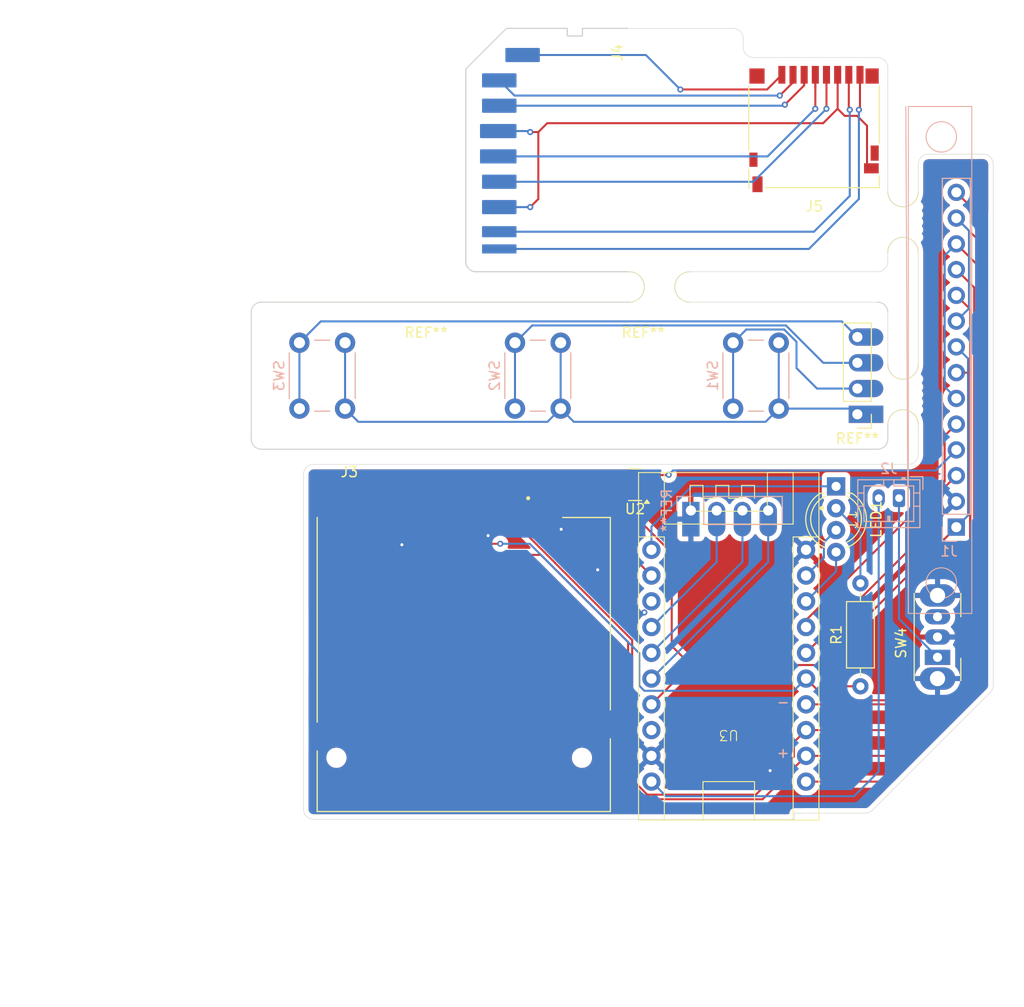
<source format=kicad_pcb>
(kicad_pcb (version 20241229) (generator "pcbnew") (generator_version "9.0")
  (title_block (title "ULTRATERM PCB") (date "2025-06-28") (rev "3") (comment 1 "SD CARD IS FULL") (comment 2 "BLOOD IS FUEL") (comment 3 "MANKIND IS DEAD"))
  (layers (0 "F.Cu" signal) (2 "B.Cu" signal) (13 "F.Paste" user) (15 "B.Paste" user) (5 "F.SilkS" user "F.Silkscreen") (7 "B.SilkS" user "B.Silkscreen") (1 "F.Mask" user) (3 "B.Mask" user) (25 "Edge.Cuts" user))
  (net 0 "")
  (net 1 "CLK")
  (net 2 "MOSI")
  (net 3 "+3V3")
  (net 5 "SD CS")
  (net 6 "GND")
  (net 8 "MISO")
  (net 9 "b1")
  (net 10 "b2")
  (net 11 "b3")
  (net 12 "TOUCH_CS")
  (net 13 "LCD_CS")
  (net 14 "TOUCH_PEN")
  (net 15 "LCD_DS")
  (net 16 "LCD_RES")
  (net 17 "Net-(J4-DAT0)")
  (net 18 "Net-(J5-SHIELD)")
  (net 19 "Net-(J4-CMD)")
  (net 20 "Net-(J4-VDD)")
  (net 21 "Net-(J4-CLK)")
  (net 22 "Net-(J4-CD{slash}DAT3)")
  (net 23 "Net-(J4-DAT2)")
  (net 24 "Net-(J4-DAT1)")
  (net 25 "VBAT")
  (net 26 "Net-(LED1-A)")
  (net 28 "LED_R")
  (net 29 "LED_B")
  (net 30 "LED_G")
  (net 31 "Net-(J2-Pin_1)")
  (footprint "Button_Switch_THT:SW_Slide_SPDT_Angled_CK_OS102011MA1Q" (layer "F.Cu") (at 138.015 119.265 90)
    (property "Reference" "SW4" (at 1.4 -3.6 90) (layer "F.SilkS"))
    (property "Value" "SW_SPST")
    (pad "" thru_hole oval (at -2.1 0 90) (size 2.2 3.5) (drill 1.5) (layers "*.Cu" "*.Mask") (net 6 "GND"))
    (pad "" thru_hole oval (at 6.099999 0 90) (size 2.2 3.5) (drill 1.5) (layers "*.Cu" "*.Mask") (net 6 "GND"))
    (pad "1" thru_hole rect (at 0 0 90) (size 1.5 2.5) (drill 0.9) (layers "*.Cu" "*.Mask") (net 31 "Net-(J2-Pin_1)"))
    (pad "2" thru_hole oval (at 2.000001 0 90) (size 1.5 2.5) (drill 0.9) (layers "*.Cu" "*.Mask") (net 6 "GND"))
    (pad "3" thru_hole oval (at 4 0 90) (size 1.5 2.5) (drill 0.9) (layers "*.Cu" "*.Mask"))
  )
  (footprint "Connector_Card:microSD_HC_Hirose_DM3D-SF" (layer "F.Cu") (at 125.845 67.164999 180)
    (property "Reference" "J5" (at -0.025 -7.625 0) (layer "F.SilkS"))
    (property "Value" "Micro_SD_Card")
    (pad "1" smd rect (at 3.175 5.35 180) (size 0.7 1.75) (layers "F.Cu" "F.Mask" "F.Paste") (net 23 "Net-(J4-DAT2)"))
    (pad "2" smd rect (at 2.075 5.35 180) (size 0.7 1.75) (layers "F.Cu" "F.Mask" "F.Paste") (net 22 "Net-(J4-CD{slash}DAT3)"))
    (pad "3" smd rect (at 0.975 5.35 180) (size 0.7 1.75) (layers "F.Cu" "F.Mask" "F.Paste") (net 19 "Net-(J4-CMD)"))
    (pad "4" smd rect (at -0.125 5.35 180) (size 0.7 1.75) (layers "F.Cu" "F.Mask" "F.Paste") (net 20 "Net-(J4-VDD)"))
    (pad "5" smd rect (at -1.225 5.35 180) (size 0.7 1.75) (layers "F.Cu" "F.Mask" "F.Paste") (net 21 "Net-(J4-CLK)"))
    (pad "6" smd rect (at -2.325 5.35 180) (size 0.7 1.75) (layers "F.Cu" "F.Mask" "F.Paste") (net 18 "Net-(J5-SHIELD)"))
    (pad "7" smd rect (at -3.425 5.35 180) (size 0.7 1.75) (layers "F.Cu" "F.Mask" "F.Paste") (net 17 "Net-(J4-DAT0)"))
    (pad "8" smd rect (at -4.525 5.35 180) (size 0.7 1.75) (layers "F.Cu" "F.Mask" "F.Paste") (net 24 "Net-(J4-DAT1)"))
    (pad "9" smd rect (at -5.65 -3.875 180) (size 1.45 1) (layers "F.Cu" "F.Mask" "F.Paste") (net 18 "Net-(J5-SHIELD)"))
    (pad "10" smd rect (at 5.575 -5.45 180) (size 1 1.55) (layers "F.Cu" "F.Mask" "F.Paste"))
    (pad "11" smd rect (at -5.975 -2.375001 180) (size 0.8 1.5) (layers "F.Cu" "F.Mask" "F.Paste"))
    (pad "11" smd rect (at -5.725 5.225 180) (size 1.3 1.5) (layers "F.Cu" "F.Mask" "F.Paste"))
    (pad "11" smd rect (at 5.625001 5.225 180) (size 1.5 1.5) (layers "F.Cu" "F.Mask" "F.Paste"))
    (pad "11" smd rect (at 5.975 -3.025 180) (size 0.8 1.4) (layers "F.Cu" "F.Mask" "F.Paste"))
    (zone (net 0) (net_name "") (layer "F.Cu") (connect_pads (clearance 0)) (min_thickness 0.254)
      (keepout (tracks not_allowed) (vias not_allowed) (pads not_allowed) (copperpour not_allowed) (footprints not_allowed))
      (fill (thermal_gap 0.508) (thermal_bridge_width 0.508))
      (polygon (pts (xy 127.82 71.039999) (xy 125.32 71.039999) (xy 125.32 72.889999) (xy 127.82 72.889999)))
    )
    (zone (net 0) (net_name "") (layer "F.Cu") (connect_pads (clearance 0)) (min_thickness 0.254)
      (keepout (tracks not_allowed) (vias not_allowed) (pads not_allowed) (copperpour not_allowed) (footprints not_allowed))
      (fill (thermal_gap 0.508) (thermal_bridge_width 0.508))
      (polygon (pts (xy 130.77 68.689999) (xy 122.27 68.689999) (xy 122.27 66.689999) (xy 130.77 66.689999)))
    )
  )
  (footprint "Panelization:mouse-bite-3mm-slot" (layer "F.Cu") (at 110.615 82.74 180)
    (property "Reference" "mouse-bite-3mm-slot" (hide yes))
    (property "Value" "VAL**" (hide yes))
    (pad "" np_thru_hole circle (at -1.512 -1.5 180) (size 0.5 0.5) (drill 0.5) (layers "*.Cu" "*.Mask"))
    (pad "" np_thru_hole circle (at -1.512 1.5 180) (size 0.5 0.5) (drill 0.5) (layers "*.Cu" "*.Mask"))
    (pad "" np_thru_hole circle (at -0.762 1.5 180) (size 0.5 0.5) (drill 0.5) (layers "*.Cu" "*.Mask"))
    (pad "" np_thru_hole circle (at -0.75 -1.5 180) (size 0.5 0.5) (drill 0.5) (layers "*.Cu" "*.Mask"))
    (pad "" np_thru_hole circle (at 0 -1.5 180) (size 0.5 0.5) (drill 0.5) (layers "*.Cu" "*.Mask"))
    (pad "" np_thru_hole circle (at 0 1.5 180) (size 0.5 0.5) (drill 0.5) (layers "*.Cu" "*.Mask"))
    (pad "" np_thru_hole circle (at 0.75 -1.5 180) (size 0.5 0.5) (drill 0.5) (layers "*.Cu" "*.Mask"))
    (pad "" np_thru_hole circle (at 0.75 1.5 180) (size 0.5 0.5) (drill 0.5) (layers "*.Cu" "*.Mask"))
    (pad "" np_thru_hole circle (at 1.524 -1.5 180) (size 0.5 0.5) (drill 0.5) (layers "*.Cu" "*.Mask"))
    (pad "" np_thru_hole circle (at 1.524 1.5 180) (size 0.5 0.5) (drill 0.5) (layers "*.Cu" "*.Mask"))
  )
  (footprint "Connector_PinHeader_2.54mm:PinHeader_1x04_P2.54mm_Vertical" (layer "F.Cu") (at 130.114999 95.299999 180)
    (property "Reference" "REF**" (at 0 -2.38 0) (layer "F.SilkS"))
    (property "Value" "PinHeader_1x04_P2.54mm_Vertical")
    (pad "1" thru_hole rect (at 0 0 180) (size 3.4 1.7) (drill 1 (offset -0.85 0)) (layers "*.Cu" "*.Mask") (net 6 "GND"))
    (pad "2" thru_hole roundrect (at 0 2.54 180) (size 3.4 1.7) (drill 1 (offset -0.85 0)) (layers "*.Cu" "*.Mask") (roundrect_rratio 0.5) (net 9 "b1"))
    (pad "3" thru_hole roundrect (at 0 5.079999 180) (size 3.4 1.7) (drill 1 (offset -0.85 0)) (layers "*.Cu" "*.Mask") (roundrect_rratio 0.5) (net 10 "b2"))
    (pad "4" thru_hole roundrect (at 0 7.62 180) (size 3.4 1.7) (drill 1 (offset -0.85 0)) (layers "*.Cu" "*.Mask") (roundrect_rratio 0.5) (net 11 "b3"))
  )
  (footprint "PCM_LED_THT_AKL:LED_D5.0mm-4_RGB_Wide_Pins" (layer "F.Cu") (at 128.015 102.405999 -90)
    (property "Reference" "LED1" (at 3.2385 -3.96 90) (layer "F.SilkS"))
    (property "Value" "LED_5mm_RGB_Kcom_RKGB" (hide yes))
    (pad "1" thru_hole rect (at 0 0 270) (size 1.8 1.8) (drill 0.9) (layers "*.Cu" "*.Mask") (net 28 "LED_R"))
    (pad "2" thru_hole circle (at 2.159001 0 270) (size 1.8 1.8) (drill 0.9) (layers "*.Cu" "*.Mask") (net 26 "Net-(LED1-A)"))
    (pad "3" thru_hole circle (at 4.318 0 270) (size 1.8 1.8) (drill 0.9) (layers "*.Cu" "*.Mask") (net 30 "LED_G"))
    (pad "4" thru_hole circle (at 6.477001 0 270) (size 1.8 1.8) (drill 0.9) (layers "*.Cu" "*.Mask") (net 29 "LED_B"))
  )
  (footprint "Package_TO_SOT_SMD:SOT-23" (layer "F.Cu") (at 108.202501 102.24 180)
    (property "Reference" "U2" (at 0 -2.4 0) (layer "F.SilkS"))
    (property "Value" "LM809")
    (pad "1" smd roundrect (at -0.9375 -0.95 180) (size 1.475 0.6) (layers "F.Cu" "F.Mask" "F.Paste") (net 6 "GND"))
    (pad "2" smd roundrect (at -0.9375 0.95 180) (size 1.475 0.6) (layers "F.Cu" "F.Mask" "F.Paste") (net 16 "LCD_RES"))
    (pad "3" smd roundrect (at 0.937501 0 180) (size 1.475 0.6) (layers "F.Cu" "F.Mask" "F.Paste") (net 3 "+3V3"))
  )
  (footprint "Resistor_THT:R_Axial_DIN0207_L6.3mm_D2.5mm_P10.16mm_Horizontal" (layer "F.Cu") (at 130.415 122.125 90)
    (property "Reference" "R1" (at 5.08 -2.370001 90) (layer "F.SilkS"))
    (property "Value" "33ohm")
    (pad "1" thru_hole circle (at 0 0 90) (size 1.6 1.6) (drill 0.8) (layers "*.Cu" "*.Mask") (net 3 "+3V3"))
    (pad "2" thru_hole oval (at 10.16 0 90) (size 1.6 1.6) (drill 0.8) (layers "*.Cu" "*.Mask") (net 26 "Net-(LED1-A)"))
  )
  (footprint "Panelization:mouse-bite-3mm-slot" (layer "F.Cu") (at 134.615 93.340999 90)
    (property "Reference" "mouse-bite-3mm-slot" (hide yes))
    (property "Value" "VAL**" (hide yes))
    (pad "" np_thru_hole circle (at -1.512 -1.5 90) (size 0.5 0.5) (drill 0.5) (layers "*.Cu" "*.Mask"))
    (pad "" np_thru_hole circle (at -1.512 1.5 90) (size 0.5 0.5) (drill 0.5) (layers "*.Cu" "*.Mask"))
    (pad "" np_thru_hole circle (at -0.762 1.5 90) (size 0.5 0.5) (drill 0.5) (layers "*.Cu" "*.Mask"))
    (pad "" np_thru_hole circle (at -0.75 -1.5 90) (size 0.5 0.5) (drill 0.5) (layers "*.Cu" "*.Mask"))
    (pad "" np_thru_hole circle (at 0 -1.5 90) (size 0.5 0.5) (drill 0.5) (layers "*.Cu" "*.Mask"))
    (pad "" np_thru_hole circle (at 0 1.5 90) (size 0.5 0.5) (drill 0.5) (layers "*.Cu" "*.Mask"))
    (pad "" np_thru_hole circle (at 0.75 -1.5 90) (size 0.5 0.5) (drill 0.5) (layers "*.Cu" "*.Mask"))
    (pad "" np_thru_hole circle (at 0.75 1.5 90) (size 0.5 0.5) (drill 0.5) (layers "*.Cu" "*.Mask"))
    (pad "" np_thru_hole circle (at 1.524 -1.5 90) (size 0.5 0.5) (drill 0.5) (layers "*.Cu" "*.Mask"))
    (pad "" np_thru_hole circle (at 1.524 1.5 90) (size 0.5 0.5) (drill 0.5) (layers "*.Cu" "*.Mask"))
  )
  (footprint "MountingHole:MountingHole_2.5mm" (layer "F.Cu") (at 87.615 90.74)
    (property "Reference" "REF**" (at 0 -3.5 0) (layer "F.SilkS"))
    (property "Value" "MountingHole_2.5mm")
    (pad "" np_thru_hole circle (at 0 0) (size 2.5 2.5) (drill 2.5) (layers "*.Cu" "*.Mask"))
  )
  (footprint "Panelization:mouse-bite-3mm-slot" (layer "F.Cu") (at 134.615 76.34 90)
    (property "Reference" "mouse-bite-3mm-slot" (hide yes))
    (property "Value" "VAL**" (hide yes))
    (pad "" np_thru_hole circle (at -1.512 -1.5 90) (size 0.5 0.5) (drill 0.5) (layers "*.Cu" "*.Mask"))
    (pad "" np_thru_hole circle (at -1.512 1.5 90) (size 0.5 0.5) (drill 0.5) (layers "*.Cu" "*.Mask"))
    (pad "" np_thru_hole circle (at -0.762 1.5 90) (size 0.5 0.5) (drill 0.5) (layers "*.Cu" "*.Mask"))
    (pad "" np_thru_hole circle (at -0.75 -1.5 90) (size 0.5 0.5) (drill 0.5) (layers "*.Cu" "*.Mask"))
    (pad "" np_thru_hole circle (at 0 -1.5 90) (size 0.5 0.5) (drill 0.5) (layers "*.Cu" "*.Mask"))
    (pad "" np_thru_hole circle (at 0 1.5 90) (size 0.5 0.5) (drill 0.5) (layers "*.Cu" "*.Mask"))
    (pad "" np_thru_hole circle (at 0.75 -1.5 90) (size 0.5 0.5) (drill 0.5) (layers "*.Cu" "*.Mask"))
    (pad "" np_thru_hole circle (at 0.75 1.5 90) (size 0.5 0.5) (drill 0.5) (layers "*.Cu" "*.Mask"))
    (pad "" np_thru_hole circle (at 1.524 -1.5 90) (size 0.5 0.5) (drill 0.5) (layers "*.Cu" "*.Mask"))
    (pad "" np_thru_hole circle (at 1.524 1.5 90) (size 0.5 0.5) (drill 0.5) (layers "*.Cu" "*.Mask"))
  )
  (footprint "RF_Module:TINYPICO" (layer "F.Cu") (at 117.435 126.445 180)
    (property "Reference" "U3" (at 0 -0.499999 180) (layer "F.SilkS") (effects (font (thickness 0.1))))
    (property "Value" "~")
    (pad "1" thru_hole circle (at -7.62 -5.08 180) (size 1.8 1.8) (drill 1.016) (layers "*.Cu" "*.Mask") (net 14 "TOUCH_PEN"))
    (pad "2" thru_hole circle (at -7.62 -2.54 180) (size 1.8 1.8) (drill 1.016) (layers "*.Cu" "*.Mask") (net 8 "MISO"))
    (pad "3" thru_hole circle (at -7.62 0 180) (size 1.8 1.8) (drill 1.016) (layers "*.Cu" "*.Mask") (net 2 "MOSI"))
    (pad "4" thru_hole circle (at -7.62 2.54 180) (size 1.8 1.8) (drill 1.016) (layers "*.Cu" "*.Mask") (net 12 "TOUCH_CS"))
    (pad "5" thru_hole circle (at -7.62 5.08 180) (size 1.8 1.8) (drill 1.016) (layers "*.Cu" "*.Mask") (net 1 "CLK"))
    (pad "6" thru_hole circle (at -7.62 7.62 180) (size 1.8 1.8) (drill 1.016) (layers "*.Cu" "*.Mask") (net 13 "LCD_CS"))
    (pad "7" thru_hole circle (at -7.62 10.16 180) (size 1.8 1.8) (drill 1.016) (layers "*.Cu" "*.Mask") (net 15 "LCD_DS"))
    (pad "8" thru_hole circle (at -7.62 12.7 180) (size 1.8 1.8) (drill 1.016) (layers "*.Cu" "*.Mask") (net 29 "LED_B"))
    (pad "9" thru_hole circle (at -7.62 15.24 180) (size 1.8 1.8) (drill 1.016) (layers "*.Cu" "*.Mask") (net 30 "LED_G"))
    (pad "10" thru_hole circle (at -7.62 17.78 180) (size 1.8 1.8) (drill 1.016) (layers "*.Cu" "*.Mask") (net 6 "GND"))
    (pad "11" thru_hole circle (at 7.62 -5.08 180) (size 1.8 1.8) (drill 1.016) (layers "*.Cu" "*.Mask") (net 25 "VBAT"))
    (pad "12" thru_hole circle (at 7.62 -2.54 180) (size 1.8 1.8) (drill 1.016) (layers "*.Cu" "*.Mask") (net 6 "GND"))
    (pad "13" thru_hole circle (at 7.62 0 180) (size 1.8 1.8) (drill 1.016) (layers "*.Cu" "*.Mask"))
    (pad "14" thru_hole circle (at 7.62 2.54 180) (size 1.8 1.8) (drill 1.016) (layers "*.Cu" "*.Mask") (net 3 "+3V3"))
    (pad "15" thru_hole circle (at 7.62 5.08 180) (size 1.8 1.8) (drill 1.016) (layers "*.Cu" "*.Mask") (net 11 "b3"))
    (pad "16" thru_hole circle (at 7.62 7.62 180) (size 1.8 1.8) (drill 1.016) (layers "*.Cu" "*.Mask") (net 10 "b2"))
    (pad "17" thru_hole circle (at 7.62 10.16 180) (size 1.8 1.8) (drill 1.016) (layers "*.Cu" "*.Mask") (net 9 "b1"))
    (pad "18" thru_hole circle (at 7.62 12.7 180) (size 1.8 1.8) (drill 1.016) (layers "*.Cu" "*.Mask"))
    (pad "19" thru_hole circle (at 7.62 15.24 180) (size 1.8 1.8) (drill 1.016) (layers "*.Cu" "*.Mask") (net 5 "SD CS"))
    (pad "20" thru_hole circle (at 7.62 17.78 180) (size 1.8 1.8) (drill 1.016) (layers "*.Cu" "*.Mask") (net 28 "LED_R"))
  )
  (footprint "XAIO:AMPHENOL_10067847-001RLF" (layer "F.Cu") (at 90.865 129.1775)
    (property "Reference" "J3" (at -10.825 -28.1836 0) (layer "F.SilkS"))
    (property "Value" "SD_Card_Receptacle")
    (pad "" np_thru_hole circle (at -12.1 0) (size 1.5 1.5) (drill 1.5) (layers "*.Cu" "*.Mask"))
    (pad "" np_thru_hole circle (at 12.1 0) (size 1.5 1.5) (drill 1.5) (layers "*.Cu" "*.Mask"))
    (pad "1" smd rect (at 6.875 -24.3) (size 1 1.5) (layers "F.Cu" "F.Mask" "F.Paste") (net 5 "SD CS"))
    (pad "2" smd rect (at 4.375 -24.3) (size 1 1.5) (layers "F.Cu" "F.Mask" "F.Paste") (net 2 "MOSI"))
    (pad "3" smd rect (at 1.075 -24.3) (size 1 1.5) (layers "F.Cu" "F.Mask" "F.Paste") (net 6 "GND"))
    (pad "4" smd rect (at -0.625 -24.3) (size 1 1.5) (layers "F.Cu" "F.Mask" "F.Paste") (net 3 "+3V3"))
    (pad "5" smd rect (at -3.125 -24.3) (size 1 1.5) (layers "F.Cu" "F.Mask" "F.Paste") (net 1 "CLK"))
    (pad "6" smd rect (at -5.625 -24.3) (size 1 1.5) (layers "F.Cu" "F.Mask" "F.Paste") (net 6 "GND"))
    (pad "7" smd rect (at -8.05 -24.3) (size 1 1.5) (layers "F.Cu" "F.Mask" "F.Paste") (net 8 "MISO"))
    (pad "8" smd rect (at -9.75 -24.3) (size 1 1.5) (layers "F.Cu" "F.Mask" "F.Paste"))
    (pad "9" smd rect (at 9.375 -24.3) (size 1 1.5) (layers "F.Cu" "F.Mask" "F.Paste"))
    (pad "CD" smd rect (at 2.725 -24.3) (size 1 1.5) (layers "F.Cu" "F.Mask" "F.Paste"))
    (pad "G1" smd rect (at -13.6 -2.1) (size 1.2 2.2) (layers "F.Cu" "F.Mask" "F.Paste"))
    (pad "G2" smd rect (at 14.4 -3.3) (size 1.2 2.2) (layers "F.Cu" "F.Mask" "F.Paste"))
    (pad "WP" smd rect (at -13.1 -24.3) (size 1 1.5) (layers "F.Cu" "F.Mask" "F.Paste"))
    (zone (net 0) (net_name "") (layer "F.Cu") (connect_pads (clearance 0)) (min_thickness 0.01)
      (keepout (tracks not_allowed) (vias not_allowed) (pads not_allowed) (copperpour not_allowed) (footprints allowed))
      (fill (thermal_gap 0.508) (thermal_bridge_width 0.508))
      (polygon (pts (xy 76.165 114.6775) (xy 77.365 114.6775) (xy 77.365 120.9775) (xy 76.165 120.9775)))
    )
    (zone (net 0) (net_name "") (layer "F.Cu") (connect_pads (clearance 0)) (min_thickness 0.01)
      (keepout (tracks not_allowed) (vias not_allowed) (pads not_allowed) (copperpour not_allowed) (footprints allowed))
      (fill (thermal_gap 0.508) (thermal_bridge_width 0.508))
      (polygon (pts (xy 80.555 111.5775) (xy 81.655 111.5775) (xy 81.655 113.5775) (xy 80.555 113.5775)))
    )
    (zone (net 0) (net_name "") (layer "F.Cu") (connect_pads (clearance 0)) (min_thickness 0.01)
      (keepout (tracks not_allowed) (vias not_allowed) (pads not_allowed) (copperpour not_allowed) (footprints allowed))
      (fill (thermal_gap 0.508) (thermal_bridge_width 0.508))
      (polygon (pts (xy 82.255 111.5775) (xy 83.355 111.5775) (xy 83.355 113.5775) (xy 82.255 113.5775)))
    )
    (zone (net 0) (net_name "") (layer "F.Cu") (connect_pads (clearance 0)) (min_thickness 0.01)
      (keepout (tracks not_allowed) (vias not_allowed) (pads not_allowed) (copperpour not_allowed) (footprints allowed))
      (fill (thermal_gap 0.508) (thermal_bridge_width 0.508))
      (polygon (pts (xy 84.685 111.5775) (xy 85.785 111.5775) (xy 85.785 113.5775) (xy 84.685 113.5775)))
    )
    (zone (net 0) (net_name "") (layer "F.Cu") (connect_pads (clearance 0)) (min_thickness 0.01)
      (keepout (tracks not_allowed) (vias not_allowed) (pads not_allowed) (copperpour not_allowed) (footprints allowed))
      (fill (thermal_gap 0.508) (thermal_bridge_width 0.508))
      (polygon (pts (xy 87.185 111.5775) (xy 88.285 111.5775) (xy 88.285 113.5775) (xy 87.185 113.5775)))
    )
    (zone (net 0) (net_name "") (layer "F.Cu") (connect_pads (clearance 0)) (min_thickness 0.01)
      (keepout (tracks not_allowed) (vias not_allowed) (pads not_allowed) (copperpour not_allowed) (footprints allowed))
      (fill (thermal_gap 0.508) (thermal_bridge_width 0.508))
      (polygon (pts (xy 89.685 111.9775) (xy 90.785 111.9775) (xy 90.785 113.9775) (xy 89.685 113.9775)))
    )
    (zone (net 0) (net_name "") (layer "F.Cu") (connect_pads (clearance 0)) (min_thickness 0.01)
      (keepout (tracks not_allowed) (vias not_allowed) (pads not_allowed) (copperpour not_allowed) (footprints allowed))
      (fill (thermal_gap 0.508) (thermal_bridge_width 0.508))
      (polygon (pts (xy 91.785 111.4775) (xy 93.685 111.4775) (xy 93.685 113.9775) (xy 91.785 113.9775)))
    )
    (zone (net 0) (net_name "") (layer "F.Cu") (connect_pads (clearance 0)) (min_thickness 0.01)
      (keepout (tracks not_allowed) (vias not_allowed) (pads not_allowed) (copperpour not_allowed) (footprints allowed))
      (fill (thermal_gap 0.508) (thermal_bridge_width 0.508))
      (polygon (pts (xy 94.685 111.6775) (xy 95.785 111.6775) (xy 95.785 113.6775) (xy 94.685 113.6775)))
    )
    (zone (net 0) (net_name "") (layer "F.Cu") (connect_pads (clearance 0)) (min_thickness 0.01)
      (keepout (tracks not_allowed) (vias not_allowed) (pads not_allowed) (copperpour not_allowed) (footprints allowed))
      (fill (thermal_gap 0.508) (thermal_bridge_width 0.508))
      (polygon (pts (xy 97.185 110.8775) (xy 98.285 110.8775) (xy 98.285 113.3775) (xy 97.185 113.3775)))
    )
    (zone (net 0) (net_name "") (layer "F.Cu") (connect_pads (clearance 0)) (min_thickness 0.01)
      (keepout (tracks not_allowed) (vias not_allowed) (pads not_allowed) (copperpour not_allowed) (footprints allowed))
      (fill (thermal_gap 0.508) (thermal_bridge_width 0.508))
      (polygon (pts (xy 99.685 113.9775) (xy 100.785 113.9775) (xy 100.785 115.9775) (xy 99.685 115.9775)))
    )
  )
  (footprint "MountingHole:MountingHole_2.5mm" (layer "F.Cu") (at 109.015 90.74)
    (property "Reference" "REF**" (at 0 -3.5 0) (layer "F.SilkS"))
    (property "Value" "MountingHole_2.5mm")
    (pad "" np_thru_hole circle (at 0 0) (size 2.5 2.5) (drill 2.5) (layers "*.Cu" "*.Mask"))
  )
  (footprint "Connector_Card:SD_Card_Device_16mm_SlotDepth" (layer "F.Cu") (at 107.514999 69.24 90)
    (property "Reference" "J4" (at 9.6 -1.05 90) (layer "F.SilkS"))
    (property "Value" "SD_Card_Device")
    (fp_line (start -11 -16) (end 7.792893 -16) (stroke (width 0.12)) (layer "Edge.Cuts"))
    (fp_line (start 8.146447 -15.853553) (end 11.853554 -12.146446) (stroke (width 0.12)) (layer "Edge.Cuts"))
    (fp_line (start 12 -11.792893) (end 12 -6) (stroke (width 0.12)) (layer "Edge.Cuts"))
    (fp_line (start 12 -6) (end 11.25 -6) (stroke (width 0.12)) (layer "Edge.Cuts"))
    (fp_line (start 11.25 -6) (end 11.25 -4.5) (stroke (width 0.12)) (layer "Edge.Cuts"))
    (fp_line (start 12 -4.5) (end 12 -0.05) (stroke (width 0.12)) (layer "Edge.Cuts"))
    (fp_line (start 11.25 -4.5) (end 12 -4.5) (stroke (width 0.12)) (layer "Edge.Cuts"))
    (fp_line (start -12 -0.05) (end -12 -15) (stroke (width 0.12)) (layer "Edge.Cuts"))
    (fp_arc (start 7.792893 -16) (mid 7.984235 -15.96194) (end 8.146447 -15.853553) (stroke (width 0.12)) (layer "Edge.Cuts"))
    (fp_arc (start -12 -15) (mid -11.707107 -15.707107) (end -11 -16) (stroke (width 0.12)) (layer "Edge.Cuts"))
    (fp_arc (start 11.853554 -12.146446) (mid 11.96194 -11.984234) (end 12 -11.792893) (stroke (width 0.12)) (layer "Edge.Cuts"))
    (pad "1" connect roundrect (at 6.875 -12.7 90) (size 1.4 3.4) (layers "B.Cu" "B.Mask") (roundrect_rratio 0.07142857143) (net 22 "Net-(J4-CD{slash}DAT3)") (clearance 0.05))
    (pad "2" connect roundrect (at 4.375 -12.7 90) (size 1.4 3.4) (layers "B.Cu" "B.Mask") (roundrect_rratio 0.07142857143) (net 19 "Net-(J4-CMD)") (clearance 0.05))
    (pad "3" connect roundrect (at 1.875 -12.8 90) (size 1.4 3.6) (layers "B.Cu" "B.Mask") (roundrect_rratio 0.07142857143) (net 18 "Net-(J5-SHIELD)") (clearance 0.05))
    (pad "4" connect roundrect (at -0.625 -12.8 90) (size 1.4 3.6) (layers "B.Cu" "B.Mask") (roundrect_rratio 0.07142857143) (net 20 "Net-(J4-VDD)") (clearance 0.05))
    (pad "5" connect roundrect (at -3.125 -12.7 90) (size 1.4 3.4) (layers "B.Cu" "B.Mask") (roundrect_rratio 0.07142857143) (net 21 "Net-(J4-CLK)") (clearance 0.05))
    (pad "6" connect roundrect (at -5.625001 -12.7 90) (size 1.4 3.4) (layers "B.Cu" "B.Mask") (roundrect_rratio 0.07142857143) (net 18 "Net-(J5-SHIELD)") (clearance 0.05))
    (pad "7" connect roundrect (at -8.05 -12.700001 90) (size 1.1 3.4) (layers "B.Cu" "B.Mask") (roundrect_rratio 0.07142857143) (net 17 "Net-(J4-DAT0)") (clearance 0.05))
    (pad "8" connect roundrect (at -9.75 -12.7 90) (size 0.9 3.4) (layers "B.Cu" "B.Mask") (roundrect_rratio 0.07142857143) (net 24 "Net-(J4-DAT1)") (clearance 0.05))
    (pad "9" connect roundrect (at 9.375001 -10.4 90) (size 1.4 3.4) (layers "B.Cu" "B.Mask") (roundrect_rratio 0.07142857143) (net 23 "Net-(J4-DAT2)") (clearance 0.05))
  )
  (footprint "Button_Switch_THT:SW_PUSH_6mm" (layer "B.Cu") (at 117.864999 88.239999 -90)
    (property "Reference" "SW1" (at 3.25 2.000001 90) (layer "B.SilkS") (effects (justify mirror)))
    (property "Value" "SW_Push")
    (pad "1" thru_hole circle (at 0 0 180) (size 2 2) (drill 1.1) (layers "*.Cu" "*.Mask") (net 9 "b1"))
    (pad "1" thru_hole circle (at 6.5 0 180) (size 2 2) (drill 1.1) (layers "*.Cu" "*.Mask") (net 9 "b1"))
    (pad "2" thru_hole circle (at 0 -4.500001 180) (size 2 2) (drill 1.1) (layers "*.Cu" "*.Mask") (net 6 "GND"))
    (pad "2" thru_hole circle (at 6.500001 -4.5 180) (size 2 2) (drill 1.1) (layers "*.Cu" "*.Mask") (net 6 "GND"))
  )
  (footprint "Connector_PinHeader_2.54mm:PinHeader_1x14_P2.54mm_Vertical" (layer "B.Cu") (at 140.64 89.94)
    (property "Reference" "J1" (at -1.5 18.87 180) (layer "B.SilkS") (effects (justify mirror)))
    (property "Value" "ILI9341")
    (pad "1" thru_hole rect (at -0.77 16.49) (size 1.7 1.7) (drill 1) (layers "*.Cu" "*.Mask") (net 3 "+3V3"))
    (pad "2" thru_hole circle (at -0.77 13.95) (size 1.7 1.7) (drill 1) (layers "*.Cu" "*.Mask") (net 6 "GND"))
    (pad "3" thru_hole circle (at -0.77 11.41) (size 1.7 1.7) (drill 1) (layers "*.Cu" "*.Mask") (net 13 "LCD_CS"))
    (pad "4" thru_hole circle (at -0.77 8.87) (size 1.7 1.7) (drill 1) (layers "*.Cu" "*.Mask") (net 16 "LCD_RES"))
    (pad "5" thru_hole circle (at -0.77 6.33) (size 1.7 1.7) (drill 1) (layers "*.Cu" "*.Mask") (net 15 "LCD_DS"))
    (pad "6" thru_hole circle (at -0.77 3.79) (size 1.7 1.7) (drill 1) (layers "*.Cu" "*.Mask") (net 2 "MOSI"))
    (pad "7" thru_hole circle (at -0.77 1.25) (size 1.7 1.7) (drill 1) (layers "*.Cu" "*.Mask") (net 1 "CLK"))
    (pad "8" thru_hole circle (at -0.77 -1.29) (size 1.7 1.7) (drill 1) (layers "*.Cu" "*.Mask") (net 3 "+3V3"))
    (pad "9" thru_hole circle (at -0.77 -3.83) (size 1.7 1.7) (drill 1) (layers "*.Cu" "*.Mask") (net 8 "MISO"))
    (pad "10" thru_hole circle (at -0.77 -6.37) (size 1.7 1.7) (drill 1) (layers "*.Cu" "*.Mask") (net 1 "CLK"))
    (pad "11" thru_hole circle (at -0.77 -8.91) (size 1.7 1.7) (drill 1) (layers "*.Cu" "*.Mask") (net 12 "TOUCH_CS"))
    (pad "12" thru_hole circle (at -0.77 -11.45) (size 1.7 1.7) (drill 1) (layers "*.Cu" "*.Mask") (net 2 "MOSI"))
    (pad "13" thru_hole circle (at -0.77 -13.99) (size 1.7 1.7) (drill 1) (layers "*.Cu" "*.Mask") (net 8 "MISO"))
    (pad "14" thru_hole circle (at -0.77 -16.53) (size 1.7 1.7) (drill 1) (layers "*.Cu" "*.Mask") (net 14 "TOUCH_PEN"))
  )
  (footprint "Connector_JST:JST_PH_B2B-PH-K_1x02_P2.00mm_Vertical" (layer "B.Cu") (at 134.215 103.565 180)
    (property "Reference" "J2" (at 1 2.9 0) (layer "B.SilkS") (effects (justify mirror)))
    (property "Value" "Battery_plug")
    (pad "1" thru_hole roundrect (at 0 0 180) (size 1.2 1.75) (drill 0.75) (layers "*.Cu" "*.Mask") (roundrect_rratio 0.208333) (net 31 "Net-(J2-Pin_1)"))
    (pad "2" thru_hole oval (at 2.000001 0 180) (size 1.2 1.75) (drill 0.75) (layers "*.Cu" "*.Mask") (net 25 "VBAT"))
  )
  (footprint "Button_Switch_THT:SW_PUSH_6mm" (layer "B.Cu") (at 75.114997 88.239999 -90)
    (property "Reference" "SW3" (at 3.25 2.000001 90) (layer "B.SilkS") (effects (justify mirror)))
    (property "Value" "SW_Push")
    (pad "1" thru_hole circle (at 0 0 180) (size 2 2) (drill 1.1) (layers "*.Cu" "*.Mask") (net 11 "b3"))
    (pad "1" thru_hole circle (at 6.5 0 180) (size 2 2) (drill 1.1) (layers "*.Cu" "*.Mask") (net 11 "b3"))
    (pad "2" thru_hole circle (at 0 -4.500001 180) (size 2 2) (drill 1.1) (layers "*.Cu" "*.Mask") (net 6 "GND"))
    (pad "2" thru_hole circle (at 6.500001 -4.5 180) (size 2 2) (drill 1.1) (layers "*.Cu" "*.Mask") (net 6 "GND"))
  )
  (footprint "Button_Switch_THT:SW_PUSH_6mm" (layer "B.Cu") (at 96.364999 88.239998 -90)
    (property "Reference" "SW2" (at 3.25 2.000001 90) (layer "B.SilkS") (effects (justify mirror)))
    (property "Value" "SW_Push")
    (pad "1" thru_hole circle (at 0 0 180) (size 2 2) (drill 1.1) (layers "*.Cu" "*.Mask") (net 10 "b2"))
    (pad "1" thru_hole circle (at 6.5 0 180) (size 2 2) (drill 1.1) (layers "*.Cu" "*.Mask") (net 10 "b2"))
    (pad "2" thru_hole circle (at 0 -4.500001 180) (size 2 2) (drill 1.1) (layers "*.Cu" "*.Mask") (net 6 "GND"))
    (pad "2" thru_hole circle (at 6.500001 -4.5 180) (size 2 2) (drill 1.1) (layers "*.Cu" "*.Mask") (net 6 "GND"))
  )
  (footprint "Connector_PinHeader_2.54mm:PinHeader_1x04_P2.54mm_Vertical" (layer "B.Cu") (at 113.705 104.7875 -90)
    (property "Reference" "REF**" (at 0 2.38 90) (layer "B.SilkS") (effects (justify mirror)))
    (property "Value" "PinHeader_1x04_P2.54mm_Vertical")
    (pad "1" thru_hole rect (at 0 0 270) (size 3.4 1.7) (drill 1 (offset 0.85 0)) (layers "*.Cu" "*.Mask") (net 6 "GND"))
    (pad "2" thru_hole roundrect (at 0 -2.54 270) (size 3.4 1.7) (drill 1 (offset 0.85 0)) (layers "*.Cu" "*.Mask") (roundrect_rratio 0.5) (net 9 "b1"))
    (pad "3" thru_hole roundrect (at 0 -5.079999 270) (size 3.4 1.7) (drill 1 (offset 0.85 0)) (layers "*.Cu" "*.Mask") (roundrect_rratio 0.5) (net 10 "b2"))
    (pad "4" thru_hole roundrect (at 0 -7.62 270) (size 3.4 1.7) (drill 1 (offset 0.85 0)) (layers "*.Cu" "*.Mask") (roundrect_rratio 0.5) (net 11 "b3"))
  )
  (gr_line (start 142.5079 69.64) (end 137.115 69.647107) (stroke (width 0.05)) (layer "Edge.Cuts"))
  (gr_line (start 131.600786 134.34) (end 143.215 122.725786) (stroke (width 0.05)) (layer "Edge.Cuts"))
  (gr_line (start 70.364998 97.74) (end 70.364999 85.240001) (stroke (width 0.1)) (layer "Edge.Cuts"))
  (gr_line (start 135.115 100.24) (end 76.515 100.24) (stroke (width 0.05)) (layer "Edge.Cuts"))
  (gr_arc (start 117.865 57.24) (mid 118.572107 57.532893) (end 118.865 58.24) (stroke (width 0.05)) (layer "Edge.Cuts"))
  (gr_arc (start 133.115 79.34) (mid 134.615 77.84) (end 136.115 79.34) (stroke (width 0.05)) (layer "Edge.Cuts"))
  (gr_line (start 132.115 84.239999) (end 113.615 84.24) (stroke (width 0.05)) (layer "Edge.Cuts"))
  (gr_arc (start 136.115 70.647107) (mid 136.407891 69.939996) (end 137.115 69.647107) (stroke (width 0.05)) (layer "Edge.Cuts"))
  (gr_line (start 118.865 59.114999) (end 118.865 58.24) (stroke (width 0.05)) (layer "Edge.Cuts"))
  (gr_arc (start 133.115 80.24) (mid 132.822107 80.947107) (end 132.115 81.24) (stroke (width 0.05)) (layer "Edge.Cuts"))
  (gr_line (start 71.365 84.240834) (end 107.615 84.240833) (stroke (width 0.1)) (layer "Edge.Cuts"))
  (gr_line (start 75.515 101.24) (end 75.515 134.24) (stroke (width 0.05)) (layer "Edge.Cuts"))
  (gr_line (start 107.464999 81.24) (end 107.615 81.24) (stroke (width 0.05)) (layer "Edge.Cuts"))
  (gr_arc (start 132.115 60.114999) (mid 132.822107 60.407892) (end 133.115 61.114999) (stroke (width 0.05)) (layer "Edge.Cuts"))
  (gr_line (start 133.115 85.239999) (end 133.115 90.34) (stroke (width 0.05)) (layer "Edge.Cuts"))
  (gr_line (start 123.915 134.64) (end 130.902556 134.632893) (stroke (width 0.05)) (layer "Edge.Cuts"))
  (gr_arc (start 119.865 60.114999) (mid 119.157894 59.822106) (end 118.865 59.114999) (stroke (width 0.05)) (layer "Edge.Cuts"))
  (gr_line (start 136.115 73.34) (end 136.115 70.6471) (stroke (width 0.05)) (layer "Edge.Cuts"))
  (gr_arc (start 132.115 84.239999) (mid 132.822107 84.532892) (end 133.115 85.239999) (stroke (width 0.1)) (layer "Edge.Cuts"))
  (gr_line (start 136.115 99.24) (end 136.115 96.34) (stroke (width 0.05)) (layer "Edge.Cuts"))
  (gr_arc (start 113.615 84.24) (mid 112.115 82.74) (end 113.615 81.24) (stroke (width 0.05)) (layer "Edge.Cuts"))
  (gr_arc (start 71.364998 98.74) (mid 70.657893 98.447106) (end 70.364998 97.74) (stroke (width 0.1)) (layer "Edge.Cuts"))
  (gr_line (start 133.115 61.115) (end 133.115 73.34) (stroke (width 0.05)) (layer "Edge.Cuts"))
  (gr_arc (start 133.114999 97.74) (mid 132.822106 98.447106) (end 132.114999 98.74) (stroke (width 0.1)) (layer "Edge.Cuts"))
  (gr_line (start 76.515 135.24) (end 123.915 135.24) (stroke (width 0.05)) (layer "Edge.Cuts"))
  (gr_arc (start 131.600786 134.34) (mid 131.276357 134.556769) (end 130.893679 134.632893) (stroke (width 0.05)) (layer "Edge.Cuts"))
  (gr_arc (start 70.364999 85.240001) (mid 70.657892 84.532893) (end 71.364999 84.240001) (stroke (width 0.1)) (layer "Edge.Cuts"))
  (gr_arc (start 136.115 99.24) (mid 135.822107 99.947107) (end 135.115 100.24) (stroke (width 0.05)) (layer "Edge.Cuts"))
  (gr_arc (start 133.115 96.34) (mid 134.615 94.84) (end 136.115 96.34) (stroke (width 0.05)) (layer "Edge.Cuts"))
  (gr_arc (start 76.515 135.24) (mid 75.807893 134.947107) (end 75.515 134.24) (stroke (width 0.05)) (layer "Edge.Cuts"))
  (gr_arc (start 107.615 81.239167) (mid 109.115833 82.74) (end 107.615 84.240833) (stroke (width 0.05)) (layer "Edge.Cuts"))
  (gr_line (start 107.465 57.24) (end 117.865 57.24) (stroke (width 0.05)) (layer "Edge.Cuts"))
  (gr_arc (start 142.507893 69.64) (mid 143.215004 69.932891) (end 143.507893 70.64) (stroke (width 0.05)) (layer "Edge.Cuts"))
  (gr_line (start 132.114999 98.74) (end 71.364998 98.74) (stroke (width 0.1)) (layer "Edge.Cuts"))
  (gr_line (start 136.115 90.34) (end 136.115 79.34) (stroke (width 0.05)) (layer "Edge.Cuts"))
  (gr_arc (start 143.507893 122.018679) (mid 143.431779 122.401366) (end 143.215 122.725786) (stroke (width 0.05)) (layer "Edge.Cuts"))
  (gr_line (start 133.115 96.34) (end 133.114999 97.74) (stroke (width 0.1)) (layer "Edge.Cuts"))
  (gr_arc (start 136.115 73.34) (mid 134.615 74.84) (end 133.115 73.34) (stroke (width 0.05)) (layer "Edge.Cuts"))
  (gr_line (start 133.115 80.24) (end 133.115 79.34) (stroke (width 0.05)) (layer "Edge.Cuts"))
  (gr_line (start 113.615 81.24) (end 132.115 81.24) (stroke (width 0.05)) (layer "Edge.Cuts"))
  (gr_line (start 143.507893 122.018679) (end 143.507893 70.643741) (stroke (width 0.05)) (layer "Edge.Cuts"))
  (gr_arc (start 75.515 101.24) (mid 75.807893 100.532893) (end 76.515 100.24) (stroke (width 0.05)) (layer "Edge.Cuts"))
  (gr_line (start 132.115 60.114999) (end 119.865 60.114999) (stroke (width 0.05)) (layer "Edge.Cuts"))
  (gr_arc (start 136.115 90.34) (mid 134.615 91.84) (end 133.115 90.34) (stroke (width 0.05)) (layer "Edge.Cuts"))
  (gr_line (start 123.915 135.24) (end 123.915 134.64) (stroke (width 0.05)) (layer "Edge.Cuts"))
  (gr_text "-\n" (at 123.515 123.24 180) (layer "B.SilkS") (effects (font (size 1 1)) (justify left bottom)))
  (gr_text "+" (at 123.515 128.24 180) (layer "B.SilkS") (effects (font (size 1 1)) (justify left bottom)))
  (segment (start 127.194 123.504) (end 125.055 121.365) (width 0.2) (layer "F.Cu") (net 1))
  (segment (start 141.200887 91.19) (end 141.225887 91.165) (width 0.2) (layer "F.Cu") (net 1))
  (segment (start 141.225887 91.165) (end 141.225887 121.596557) (width 0.2) (layer "F.Cu") (net 1))
  (segment (start 87.74 104.8775) (end 90.9275 108.065) (width 0.2) (layer "F.Cu") (net 1))
  (segment (start 141.225887 121.596557) (end 139.318444 123.504) (width 0.2) (layer "F.Cu") (net 1))
  (segment (start 139.87 91.19) (end 141.200887 91.19) (width 0.2) (layer "F.Cu") (net 1))
  (segment (start 141.225887 84.925887) (end 141.225887 91.165) (width 0.2) (layer "F.Cu") (net 1))
  (segment (start 139.87 83.57) (end 141.225887 84.925887) (width 0.2) (layer "F.Cu") (net 1))
  (segment (start 139.318444 123.504) (end 127.194 123.504) (width 0.2) (layer "F.Cu") (net 1))
  (segment (start 90.9275 108.065) (end 94.915 108.065) (width 0.2) (layer "F.Cu") (net 1))
  (via (at 94.915 108.065) (size 0.6) (drill 0.3) (layers "F.Cu" "B.Cu") (net 1))
  (segment (start 108.615 118.865) (end 97.815 108.065) (width 0.2) (layer "B.Cu") (net 1))
  (segment (start 109.115 122.566) (end 108.615 122.066) (width 0.2) (layer "B.Cu") (net 1))
  (segment (start 125.055 121.365) (end 123.854 122.566) (width 0.2) (layer "B.Cu") (net 1))
  (segment (start 108.615 122.066) (end 108.615 118.865) (width 0.2) (layer "B.Cu") (net 1))
  (segment (start 97.815 108.065) (end 94.915 108.065) (width 0.2) (layer "B.Cu") (net 1))
  (segment (start 123.854 122.566) (end 109.115 122.566) (width 0.2) (layer "B.Cu") (net 1))
  (segment (start 95.24 104.8775) (end 100.32125 109.95875) (width 0.2) (layer "F.Cu") (net 2))
  (segment (start 125.055 126.445) (end 137.511644 126.445) (width 0.2) (layer "F.Cu") (net 2))
  (segment (start 137.511644 126.445) (end 142.027887 121.928757) (width 0.2) (layer "F.Cu") (net 2))
  (segment (start 107.916 117.566) (end 107.916 131.324471) (width 0.2) (layer "F.Cu") (net 2))
  (segment (start 142.027887 80.647887) (end 139.87 78.49) (width 0.2) (layer "F.Cu") (net 2))
  (segment (start 142.027887 121.928757) (end 142.027887 80.647887) (width 0.2) (layer "F.Cu") (net 2))
  (segment (start 107.916 131.324471) (end 109.402979 132.81145) (width 0.2) (layer "F.Cu") (net 2))
  (segment (start 123.854 127.646) (end 125.055 126.445) (width 0.2) (layer "F.Cu") (net 2))
  (segment (start 123.854 129.065) (end 123.854 127.646) (width 0.2) (layer "F.Cu") (net 2))
  (segment (start 100.32125 109.97125) (end 107.916 117.566) (width 0.2) (layer "F.Cu") (net 2))
  (segment (start 100.32125 109.95875) (end 100.32125 109.97125) (width 0.2) (layer "F.Cu") (net 2))
  (segment (start 120.10755 132.81145) (end 123.854 129.065) (width 0.2) (layer "F.Cu") (net 2))
  (segment (start 109.402979 132.81145) (end 120.10755 132.81145) (width 0.2) (layer "F.Cu") (net 2))
  (segment (start 138.719 92.579) (end 139.87 93.73) (width 0.2) (layer "B.Cu") (net 2))
  (segment (start 138.719 79.641) (end 138.719 92.579) (width 0.2) (layer "B.Cu") (net 2))
  (segment (start 139.87 78.49) (end 138.719 79.641) (width 0.2) (layer "B.Cu") (net 2))
  (segment (start 107.265 102.24) (end 107.265 104.416529) (width 0.2) (layer "F.Cu") (net 3))
  (segment (start 90.24 104.8775) (end 92.8775 102.24) (width 0.2) (layer "F.Cu") (net 3))
  (segment (start 113.694 120.026) (end 126.815 120.026) (width 0.2) (layer "F.Cu") (net 3))
  (segment (start 111.485 122.235) (end 113.694 120.026) (width 0.2) (layer "F.Cu") (net 3))
  (segment (start 111.815 118.147) (end 111.815 109.365) (width 0.2) (layer "F.Cu") (net 3))
  (segment (start 126.876 120.026) (end 128.975 122.125) (width 0.2) (layer "F.Cu") (net 3))
  (segment (start 126.815 120.026) (end 126.876 120.026) (width 0.2) (layer "F.Cu") (net 3))
  (segment (start 92.8775 102.24) (end 107.265 102.24) (width 0.2) (layer "F.Cu") (net 3))
  (segment (start 111.485 122.235) (end 109.815 123.905) (width 0.2) (layer "F.Cu") (net 3))
  (segment (start 126.876 119.424) (end 126.876 120.026) (width 0.2) (layer "F.Cu") (net 3))
  (segment (start 113.694 120.026) (end 111.815 118.147) (width 0.2) (layer "F.Cu") (net 3))
  (segment (start 139.87 106.43) (end 126.876 119.424) (width 0.2) (layer "F.Cu") (net 3))
  (segment (start 128.975 122.125) (end 130.415 122.125) (width 0.2) (layer "F.Cu") (net 3))
  (segment (start 107.265 104.416529) (end 111.815 108.966529) (width 0.2) (layer "F.Cu") (net 3))
  (segment (start 111.815 121.905) (end 111.485 122.235) (width 0.2) (layer "F.Cu") (net 3))
  (segment (start 111.815 108.966529) (end 111.815 109.365) (width 0.2) (layer "F.Cu") (net 3))
  (segment (start 141.021 105.279) (end 139.87 106.43) (width 0.2) (layer "B.Cu") (net 3))
  (segment (start 141.021 89.801) (end 141.021 105.279) (width 0.2) (layer "B.Cu") (net 3))
  (segment (start 139.87 88.65) (end 141.021 89.801) (width 0.2) (layer "B.Cu") (net 3))
  (segment (start 109.815 111.205) (end 108.649 110.039) (width 0.2) (layer "F.Cu") (net 5))
  (segment (start 102.9015 110.039) (end 97.74 104.8775) (width 0.2) (layer "F.Cu") (net 5))
  (segment (start 108.649 110.039) (end 102.9015 110.039) (width 0.2) (layer "F.Cu") (net 5))
  (via (at 104.515 110.64) (size 0.6) (drill 0.3) (layers "F.Cu" "B.Cu") (net 6))
  (via (at 109.115 114.84) (size 0.6) (drill 0.3) (layers "F.Cu" "B.Cu") (net 6))
  (via (at 85.215 108.165) (size 0.6) (drill 0.3) (layers "F.Cu" "B.Cu") (net 6))
  (via (at 93.715 107.265) (size 0.6) (drill 0.3) (layers "F.Cu" "B.Cu") (net 6))
  (via (at 121.515 130.44) (size 0.6) (drill 0.3) (layers "F.Cu" "B.Cu") (net 6))
  (via (at 100.915 106.64) (size 0.6) (drill 0.3) (layers "F.Cu" "B.Cu") (net 6))
  (segment (start 122.364999 94.74) (end 122.365 88.239998) (width 0.2) (layer "B.Cu") (net 6))
  (segment (start 99.564 96.040999) (end 100.864998 94.74) (width 0.2) (layer "B.Cu") (net 6))
  (segment (start 138.015 113.165001) (end 138.015 113.465) (width 0.2) (layer "B.Cu") (net 6))
  (segment (start 130.114999 95.299999) (end 129.555 94.74) (width 0.2) (layer "B.Cu") (net 6))
  (segment (start 121.063999 96.040999) (end 102.165998 96.040999) (width 0.2) (layer "B.Cu") (net 6))
  (segment (start 122.364999 94.74) (end 121.063999 96.040999) (width 0.2) (layer "B.Cu") (net 6))
  (segment (start 129.555 94.74) (end 122.364999 94.74) (width 0.2) (layer "B.Cu") (net 6))
  (segment (start 100.864998 94.74) (end 100.864999 88.239999) (width 0.2) (layer "B.Cu") (net 6))
  (segment (start 138.015 113.465) (end 137.615 113.865) (width 0.2) (layer "B.Cu") (net 6))
  (segment (start 79.614998 94.74) (end 80.915997 96.041) (width 0.2) (layer "B.Cu") (net 6))
  (segment (start 79.614998 94.74) (end 79.614999 88.239999) (width 0.2) (layer "B.Cu") (net 6))
  (segment (start 80.915997 96.041) (end 99.564 96.040999) (width 0.2) (layer "B.Cu") (net 6))
  (segment (start 102.165998 96.040999) (end 100.864998 94.74) (width 0.2) (layer "B.Cu") (net 6))
  (segment (start 87.1025 109.165) (end 82.815 104.8775) (width 0.2) (layer "F.Cu") (net 8))
  (segment (start 120.774 133.266) (end 109.290429 133.266) (width 0.2) (layer "F.Cu") (net 8))
  (segment (start 109.290429 133.266) (end 107.515 131.490571) (width 0.2) (layer "F.Cu") (net 8))
  (segment (start 142.428887 122.094857) (end 135.538744 128.985) (width 0.2) (layer "F.Cu") (net 8))
  (segment (start 139.87 75.95) (end 142.428887 78.508887) (width 0.2) (layer "F.Cu") (net 8))
  (segment (start 142.428887 78.508887) (end 142.428887 122.094857) (width 0.2) (layer "F.Cu") (net 8))
  (segment (start 125.055 128.985) (end 120.774 133.266) (width 0.2) (layer "F.Cu") (net 8))
  (segment (start 135.538744 128.985) (end 125.055 128.985) (width 0.2) (layer "F.Cu") (net 8))
  (segment (start 107.515 131.490571) (end 107.515 117.765) (width 0.2) (layer "F.Cu") (net 8))
  (segment (start 125.015 129.265) (end 125.215 129.265) (width 0.2) (layer "F.Cu") (net 8))
  (segment (start 125.055 128.985) (end 125.055 129.225) (width 0.2) (layer "F.Cu") (net 8))
  (segment (start 125.055 129.225) (end 125.015 129.265) (width 0.2) (layer "F.Cu") (net 8))
  (segment (start 107.515 117.765) (end 98.915 109.165) (width 0.2) (layer "F.Cu") (net 8))
  (segment (start 98.915 109.165) (end 87.1025 109.165) (width 0.2) (layer "F.Cu") (net 8))
  (segment (start 139.87 86.11) (end 141.115 84.865) (width 0.2) (layer "B.Cu") (net 8))
  (segment (start 141.115 77.195) (end 139.87 75.95) (width 0.2) (layer "B.Cu") (net 8))
  (segment (start 141.115 84.865) (end 141.115 77.195) (width 0.2) (layer "B.Cu") (net 8))
  (segment (start 124.114998 88.150106) (end 122.903892 86.939) (width 0.2) (layer "B.Cu") (net 9))
  (segment (start 110.515 115.965) (end 110.195 116.285) (width 0.2) (layer "B.Cu") (net 9))
  (segment (start 116.245 104.7875) (end 116.245 109.855) (width 0.2) (layer "B.Cu") (net 9))
  (segment (start 110.195 116.285) (end 109.815 116.285) (width 0.2) (layer "B.Cu") (net 9))
  (segment (start 119.165998 86.939) (end 117.864999 88.239999) (width 0.2) (layer "B.Cu") (net 9))
  (segment (start 126.134999 92.759999) (end 124.114998 90.739999) (width 0.2) (layer "B.Cu") (net 9))
  (segment (start 116.245 109.855) (end 109.815 116.285) (width 0.2) (layer "B.Cu") (net 9))
  (segment (start 122.903892 86.939) (end 119.165998 86.939) (width 0.2) (layer "B.Cu") (net 9))
  (segment (start 124.114998 90.739999) (end 124.114998 88.150106) (width 0.2) (layer "B.Cu") (net 9))
  (segment (start 117.864999 94.739999) (end 117.864999 88.239999) (width 0.2) (layer "B.Cu") (net 9))
  (segment (start 130.114999 92.759999) (end 126.134999 92.759999) (width 0.2) (layer "B.Cu") (net 9))
  (segment (start 126.751992 90.219999) (end 123.069993 86.537998) (width 0.2) (layer "B.Cu") (net 10))
  (segment (start 96.364999 94.74) (end 96.364999 88.239998) (width 0.2) (layer "B.Cu") (net 10))
  (segment (start 98.066999 86.537999) (end 96.364999 88.239998) (width 0.2) (layer "B.Cu") (net 10))
  (segment (start 118.784999 104.7875) (end 118.784999 109.855001) (width 0.2) (layer "B.Cu") (net 10))
  (segment (start 118.784999 109.855001) (end 109.815 118.825) (width 0.2) (layer "B.Cu") (net 10))
  (segment (start 130.114999 90.219999) (end 126.751992 90.219999) (width 0.2) (layer "B.Cu") (net 10))
  (segment (start 123.069993 86.537998) (end 98.066999 86.537999) (width 0.2) (layer "B.Cu") (net 10))
  (segment (start 130.114999 87.68) (end 128.571998 86.137) (width 0.2) (layer "B.Cu") (net 11))
  (segment (start 109.815 121.365) (end 121.325 109.855) (width 0.2) (layer "B.Cu") (net 11))
  (segment (start 128.571998 86.137) (end 77.217999 86.136999) (width 0.2) (layer "B.Cu") (net 11))
  (segment (start 77.217999 86.136999) (end 75.114997 88.239999) (width 0.2) (layer "B.Cu") (net 11))
  (segment (start 75.114997 88.239999) (end 75.114999 94.739999) (width 0.2) (layer "B.Cu") (net 11))
  (segment (start 121.325 109.855) (end 121.325 104.7875) (width 0.2) (layer "B.Cu") (net 11))
  (segment (start 139.87 81.03) (end 141.626887 82.786887) (width 0.2) (layer "F.Cu") (net 12))
  (segment (start 139.484544 123.905) (end 125.055 123.905) (width 0.2) (layer "F.Cu") (net 12))
  (segment (start 141.626887 121.762657) (end 139.484544 123.905) (width 0.2) (layer "F.Cu") (net 12))
  (segment (start 141.626887 82.786887) (end 141.626887 121.762657) (width 0.2) (layer "F.Cu") (net 12))
  (segment (start 137.315 103.905) (end 139.87 101.35) (width 0.2) (layer "F.Cu") (net 13))
  (segment (start 137.315 106.565) (end 137.315 103.905) (width 0.2) (layer "F.Cu") (net 13))
  (segment (start 125.055 118.825) (end 137.315 106.565) (width 0.2) (layer "F.Cu") (net 13))
  (segment (start 142.829887 122.249327) (end 142.829887 76.369887) (width 0.2) (layer "F.Cu") (net 14))
  (segment (start 142.696864 122.39398) (end 142.829887 122.249327) (width 0.2) (layer "F.Cu") (net 14))
  (segment (start 125.055 131.525) (end 133.565844 131.525) (width 0.2) (layer "F.Cu") (net 14))
  (segment (start 142.829887 76.369887) (end 139.87 73.41) (width 0.2) (layer "F.Cu") (net 14))
  (segment (start 133.565844 131.525) (end 142.696864 122.39398) (width 0.2) (layer "F.Cu") (net 14))
  (segment (start 125.055 115.5979) (end 138.719 101.9339) (width 0.2) (layer "F.Cu") (net 15))
  (segment (start 125.055 116.285) (end 125.055 115.5979) (width 0.2) (layer "F.Cu") (net 15))
  (segment (start 138.719 101.9339) (end 138.719 97.421) (width 0.2) (layer "F.Cu") (net 15))
  (segment (start 138.719 97.421) (end 139.87 96.27) (width 0.2) (layer "F.Cu") (net 15))
  (segment (start 111.515 101.265) (end 111.49 101.29) (width 0.2) (layer "F.Cu") (net 16))
  (segment (start 111.49 101.29) (end 109.140001 101.29) (width 0.2) (layer "F.Cu") (net 16))
  (via (at 111.515 101.265) (size 0.6) (drill 0.3) (layers "F.Cu" "B.Cu") (net 16))
  (segment (start 111.515 101.265) (end 111.939 100.841) (width 0.2) (layer "B.Cu") (net 16))
  (segment (start 111.939 100.841) (end 137.839 100.841) (width 0.2) (layer "B.Cu") (net 16))
  (segment (start 138.215 100.465) (end 139.87 98.81) (width 0.2) (layer "B.Cu") (net 16))
  (segment (start 138.213838 101.177334) (end 138.215 101.176172) (width 0.2) (layer "B.Cu") (net 16))
  (segment (start 137.839 100.841) (end 139.87 98.81) (width 0.2) (layer "B.Cu") (net 16))
  (segment (start 129.269999 65.169999) (end 129.27 61.814999) (width 0.2) (layer "F.Cu") (net 17))
  (segment (start 129.364999 65.264999) (end 129.269999 65.169999) (width 0.2) (layer "F.Cu") (net 17))
  (via (at 129.364999 65.264999) (size 0.6) (drill 0.3) (layers "F.Cu" "B.Cu") (net 17))
  (segment (start 129.365 73.764999) (end 129.364999 65.264999) (width 0.2) (layer "B.Cu") (net 17))
  (segment (start 125.839999 77.29) (end 129.264999 73.864999) (width 0.2) (layer "B.Cu") (net 17))
  (segment (start 129.264999 73.864999) (end 129.365 73.764999) (width 0.2) (layer "B.Cu") (net 17))
  (segment (start 94.814999 77.29) (end 125.839999 77.29) (width 0.2) (layer "B.Cu") (net 17))
  (segment (start 131.495 71.04) (end 131.065 70.609999) (width 0.2) (layer "F.Cu") (net 18))
  (segment (start 131.065 70.609999) (end 131.065 66.842163) (width 0.2) (layer "F.Cu") (net 18))
  (segment (start 128.169999 61.814999) (end 128.17 65.159999) (width 0.2) (layer "F.Cu") (net 18))
  (segment (start 128.866 65.865999) (end 128.165 65.164999) (width 0.2) (layer "F.Cu") (net 18))
  (segment (start 98.664999 67.464999) (end 98.665 74.064999) (width 0.2) (layer "F.Cu") (net 18))
  (segment (start 98.665 74.064999) (end 98.465 74.264999) (width 0.2) (layer "F.Cu") (net 18))
  (segment (start 131.065 66.842163) (end 130.088836 65.865999) (width 0.2) (layer "F.Cu") (net 18))
  (segment (start 98.465 74.264999) (end 97.865 74.864999) (width 0.2) (layer "F.Cu") (net 18))
  (segment (start 126.741 66.588999) (end 99.540999 66.588999) (width 0.2) (layer "F.Cu") (net 18))
  (segment (start 98.664999 67.464999) (end 97.865 67.464999) (width 0.2) (layer "F.Cu") (net 18))
  (segment (start 128.165 65.164999) (end 126.741 66.588999) (width 0.2) (layer "F.Cu") (net 18))
  (segment (start 130.088836 65.865999) (end 128.866 65.865999) (width 0.2) (layer "F.Cu") (net 18))
  (segment (start 128.17 65.159999) (end 128.165 65.164999) (width 0.2) (layer "F.Cu") (net 18))
  (segment (start 99.540999 66.588999) (end 98.664999 67.464999) (width 0.2) (layer "F.Cu") (net 18))
  (via (at 97.865 67.464999) (size 0.6) (drill 0.3) (layers "F.Cu" "B.Cu") (net 18))
  (via (at 97.865 74.864999) (size 0.6) (drill 0.3) (layers "F.Cu" "B.Cu") (net 18))
  (segment (start 97.865 74.864999) (end 97.864998 74.865001) (width 0.2) (layer "B.Cu") (net 18))
  (segment (start 94.715 67.364999) (end 97.765001 67.365) (width 0.2) (layer "B.Cu") (net 18))
  (segment (start 97.864998 74.865001) (end 94.815 74.865001) (width 0.2) (layer "B.Cu") (net 18))
  (segment (start 97.765001 67.365) (end 97.865 67.464999) (width 0.2) (layer "B.Cu") (net 18))
  (segment (start 124.87 61.814999) (end 124.87 62.86) (width 0.2) (layer "F.Cu") (net 19))
  (segment (start 124.87 62.86) (end 122.965 64.765) (width 0.2) (layer "F.Cu") (net 19))
  (via (at 122.965 64.765) (size 0.6) (drill 0.3) (layers "F.Cu" "B.Cu") (net 19))
  (segment (start 122.864999 64.865) (end 122.965 64.765) (width 0.2) (layer "B.Cu") (net 19))
  (segment (start 94.815 64.865) (end 122.864999 64.865) (width 0.2) (layer "B.Cu") (net 19))
  (segment (start 125.97 61.815) (end 125.97 65.159999) (width 0.2) (layer "F.Cu") (net 20))
  (segment (start 125.97 65.159999) (end 125.965 65.164999) (width 0.2) (layer "F.Cu") (net 20))
  (segment (start 125.97 63.159999) (end 125.97 61.815) (width 0.2) (layer "F.Cu") (net 20))
  (via (at 125.965 65.164999) (size 0.6) (drill 0.3) (layers "F.Cu" "B.Cu") (net 20))
  (segment (start 121.264999 69.865) (end 94.715 69.865) (width 0.2) (layer "B.Cu") (net 20))
  (segment (start 119.264998 69.865) (end 94.715 69.865) (width 0.2) (layer "B.Cu") (net 20))
  (segment (start 125.965 65.164999) (end 121.264999 69.865) (width 0.2) (layer "B.Cu") (net 20))
  (segment (start 127.07 61.814999) (end 127.07 65.159999) (width 0.2) (layer "F.Cu") (net 21))
  (segment (start 127.07 65.159999) (end 127.065 65.164999) (width 0.2) (layer "F.Cu") (net 21))
  (via (at 127.065 65.164999) (size 0.6) (drill 0.3) (layers "F.Cu" "B.Cu") (net 21))
  (segment (start 119.864998 72.365) (end 94.815 72.365) (width 0.2) (layer "B.Cu") (net 21))
  (segment (start 127.065 65.164999) (end 119.864998 72.365) (width 0.2) (layer "B.Cu") (net 21))
  (segment (start 123.77 62.559999) (end 123.77 61.815) (width 0.2) (layer "F.Cu") (net 22))
  (segment (start 122.465 63.864999) (end 123.77 62.559999) (width 0.2) (layer "F.Cu") (net 22))
  (via (at 122.465 63.864999) (size 0.6) (drill 0.3) (layers "F.Cu" "B.Cu") (net 22))
  (segment (start 96.314999 63.864999) (end 122.465 63.864999) (width 0.2) (layer "B.Cu") (net 22))
  (segment (start 94.815 62.365) (end 96.314999 63.864999) (width 0.2) (layer "B.Cu") (net 22))
  (segment (start 121.22 63.264999) (end 112.665 63.264999) (width 0.2) (layer "F.Cu") (net 23))
  (segment (start 122.67 61.814999) (end 121.22 63.264999) (width 0.2) (layer "F.Cu") (net 23))
  (via (at 112.665 63.264999) (size 0.6) (drill 0.3) (layers "F.Cu" "B.Cu") (net 23))
  (segment (start 109.265 59.864999) (end 97.114999 59.864999) (width 0.2) (layer "B.Cu") (net 23))
  (segment (start 112.665 63.264999) (end 109.265 59.864999) (width 0.2) (layer "B.Cu") (net 23))
  (segment (start 130.37 65.159999) (end 130.369999 61.814999) (width 0.2) (layer "F.Cu") (net 24))
  (segment (start 130.265 65.264999) (end 130.37 65.159999) (width 0.2) (layer "F.Cu") (net 24))
  (via (at 130.265 65.264999) (size 0.6) (drill 0.3) (layers "F.Cu" "B.Cu") (net 24))
  (segment (start 125.339999 78.99) (end 130.265 74.064999) (width 0.2) (layer "B.Cu") (net 24))
  (segment (start 94.815 78.99) (end 125.339999 78.99) (width 0.2) (layer "B.Cu") (net 24))
  (segment (start 130.265 74.064999) (end 130.265 65.264999) (width 0.2) (layer "B.Cu") (net 24))
  (segment (start 132.214999 130.534118) (end 129.784117 132.965) (width 0.2) (layer "B.Cu") (net 25))
  (segment (start 111.255 132.965) (end 109.815 131.525) (width 0.2) (layer "B.Cu") (net 25))
  (segment (start 129.784117 132.965) (end 111.255 132.965) (width 0.2) (layer "B.Cu") (net 25))
  (segment (start 132.214999 103.565) (end 132.214999 130.534118) (width 0.2) (layer "B.Cu") (net 25))
  (segment (start 130.415 106.965) (end 128.015 104.565) (width 0.2) (layer "B.Cu") (net 26))
  (segment (start 130.415 111.965) (end 130.415 106.965) (width 0.2) (layer "B.Cu") (net 26))
  (segment (start 109.815 108.665) (end 109.815 106.3755) (width 0.2) (layer "B.Cu") (net 28))
  (segment (start 113.784501 102.405999) (end 128.015 102.405999) (width 0.2) (layer "B.Cu") (net 28))
  (segment (start 109.815 106.3755) (end 113.784501 102.405999) (width 0.2) (layer "B.Cu") (net 28))
  (segment (start 128.015 110.785) (end 125.055 113.745) (width 0.2) (layer "B.Cu") (net 29))
  (segment (start 128.015 108.883) (end 128.015 110.785) (width 0.2) (layer "B.Cu") (net 29))
  (segment (start 126.814 107.924999) (end 128.015 106.723999) (width 0.2) (layer "B.Cu") (net 30))
  (segment (start 126.814 109.446) (end 126.814 107.924999) (width 0.2) (layer "B.Cu") (net 30))
  (segment (start 125.055 111.205) (end 126.814 109.446) (width 0.2) (layer "B.Cu") (net 30))
  (segment (start 138.015 119.265) (end 134.215 115.465) (width 0.2) (layer "B.Cu") (net 31))
  (segment (start 134.215 115.465) (end 134.215 103.565) (width 0.2) (layer "B.Cu") (net 31))
  (zone (net 6) (net_name "GND") (layers "F.Cu" "B.Cu") (connect_pads (clearance 0.5)) (min_thickness 0.25) (fill yes (thermal_gap 0.5) (thermal_bridge_width 0.5) (island_removal_mode 2) (island_area_min 10))
    (polygon (pts (xy 145.215 135.44) (xy 145.215 54.44) (xy 134.215 54.44) (xy 134.215 100.44) (xy 74.515 100.44) (xy 74.515 135.44)))
  )
)
</source>
